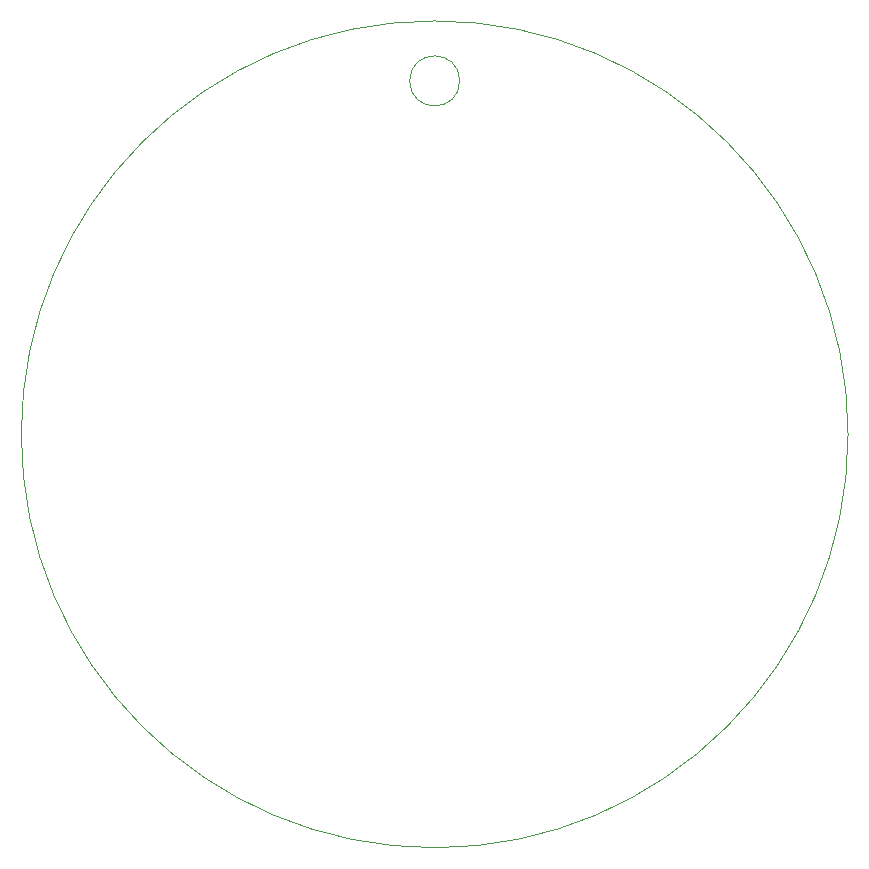
<source format=gbr>
%TF.GenerationSoftware,KiCad,Pcbnew,7.0.7*%
%TF.CreationDate,2023-10-30T19:21:24-07:00*%
%TF.ProjectId,CodeStackOrnament2023,436f6465-5374-4616-936b-4f726e616d65,rev?*%
%TF.SameCoordinates,Original*%
%TF.FileFunction,Profile,NP*%
%FSLAX46Y46*%
G04 Gerber Fmt 4.6, Leading zero omitted, Abs format (unit mm)*
G04 Created by KiCad (PCBNEW 7.0.7) date 2023-10-30 19:21:24*
%MOMM*%
%LPD*%
G01*
G04 APERTURE LIST*
%TA.AperFunction,Profile*%
%ADD10C,0.100000*%
%TD*%
G04 APERTURE END LIST*
D10*
X152208724Y-74763659D02*
G75*
G03*
X152208724Y-74763659I-2118724J0D01*
G01*
X185090000Y-104688605D02*
G75*
G03*
X185090000Y-104688605I-35000000J0D01*
G01*
M02*

</source>
